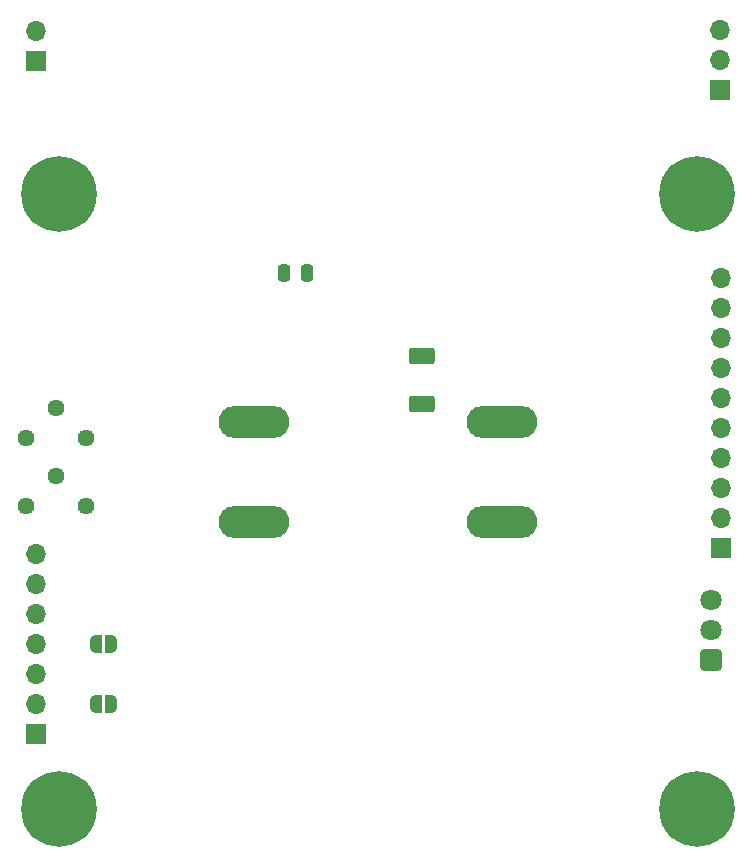
<source format=gbr>
%TF.GenerationSoftware,KiCad,Pcbnew,(6.0.0-0)*%
%TF.CreationDate,2022-04-04T00:03:28-05:00*%
%TF.ProjectId,SmartNeonPSU,536d6172-744e-4656-9f6e-5053552e6b69,rev?*%
%TF.SameCoordinates,Original*%
%TF.FileFunction,Soldermask,Bot*%
%TF.FilePolarity,Negative*%
%FSLAX46Y46*%
G04 Gerber Fmt 4.6, Leading zero omitted, Abs format (unit mm)*
G04 Created by KiCad (PCBNEW (6.0.0-0)) date 2022-04-04 00:03:28*
%MOMM*%
%LPD*%
G01*
G04 APERTURE LIST*
G04 Aperture macros list*
%AMRoundRect*
0 Rectangle with rounded corners*
0 $1 Rounding radius*
0 $2 $3 $4 $5 $6 $7 $8 $9 X,Y pos of 4 corners*
0 Add a 4 corners polygon primitive as box body*
4,1,4,$2,$3,$4,$5,$6,$7,$8,$9,$2,$3,0*
0 Add four circle primitives for the rounded corners*
1,1,$1+$1,$2,$3*
1,1,$1+$1,$4,$5*
1,1,$1+$1,$6,$7*
1,1,$1+$1,$8,$9*
0 Add four rect primitives between the rounded corners*
20,1,$1+$1,$2,$3,$4,$5,0*
20,1,$1+$1,$4,$5,$6,$7,0*
20,1,$1+$1,$6,$7,$8,$9,0*
20,1,$1+$1,$8,$9,$2,$3,0*%
%AMFreePoly0*
4,1,22,0.500000,-0.750000,0.000000,-0.750000,0.000000,-0.745033,-0.079941,-0.743568,-0.215256,-0.701293,-0.333266,-0.622738,-0.424486,-0.514219,-0.481581,-0.384460,-0.499164,-0.250000,-0.500000,-0.250000,-0.500000,0.250000,-0.499164,0.250000,-0.499963,0.256109,-0.478152,0.396186,-0.417904,0.524511,-0.324060,0.630769,-0.204165,0.706417,-0.067858,0.745374,0.000000,0.744959,0.000000,0.750000,
0.500000,0.750000,0.500000,-0.750000,0.500000,-0.750000,$1*%
%AMFreePoly1*
4,1,20,0.000000,0.744959,0.073905,0.744508,0.209726,0.703889,0.328688,0.626782,0.421226,0.519385,0.479903,0.390333,0.500000,0.250000,0.500000,-0.250000,0.499851,-0.262216,0.476331,-0.402017,0.414519,-0.529596,0.319384,-0.634700,0.198574,-0.708877,0.061801,-0.746166,0.000000,-0.745033,0.000000,-0.750000,-0.500000,-0.750000,-0.500000,0.750000,0.000000,0.750000,0.000000,0.744959,
0.000000,0.744959,$1*%
G04 Aperture macros list end*
%ADD10C,0.800000*%
%ADD11C,6.400000*%
%ADD12O,6.000000X2.700000*%
%ADD13RoundRect,0.250200X0.649800X-0.649800X0.649800X0.649800X-0.649800X0.649800X-0.649800X-0.649800X0*%
%ADD14C,1.800000*%
%ADD15C,1.440000*%
%ADD16R,1.700000X1.700000*%
%ADD17O,1.700000X1.700000*%
%ADD18RoundRect,0.250000X0.250000X0.475000X-0.250000X0.475000X-0.250000X-0.475000X0.250000X-0.475000X0*%
%ADD19FreePoly0,180.000000*%
%ADD20FreePoly1,180.000000*%
%ADD21RoundRect,0.249999X0.850001X-0.450001X0.850001X0.450001X-0.850001X0.450001X-0.850001X-0.450001X0*%
G04 APERTURE END LIST*
D10*
%TO.C,H4*%
X175302944Y-76602944D03*
X178697056Y-79997056D03*
X178697056Y-76602944D03*
X179400000Y-78300000D03*
X175302944Y-79997056D03*
X177000000Y-80700000D03*
X174600000Y-78300000D03*
X177000000Y-75900000D03*
D11*
X177000000Y-78300000D03*
%TD*%
D10*
%TO.C,H3*%
X178697056Y-128602944D03*
X175302944Y-128602944D03*
X177000000Y-127900000D03*
X174600000Y-130300000D03*
X175302944Y-131997056D03*
D11*
X177000000Y-130300000D03*
D10*
X178697056Y-131997056D03*
X177000000Y-132700000D03*
X179400000Y-130300000D03*
%TD*%
D12*
%TO.C,J5*%
X160500000Y-97550000D03*
X160500000Y-106050000D03*
%TD*%
D13*
%TO.C,U1*%
X178225000Y-117740000D03*
D14*
X178225000Y-115200000D03*
X178225000Y-112660000D03*
%TD*%
D15*
%TO.C,RV2*%
X120225000Y-104675000D03*
X122765000Y-102135000D03*
X125305000Y-104675000D03*
%TD*%
D12*
%TO.C,J6*%
X139500000Y-106050000D03*
X139500000Y-97550000D03*
%TD*%
D10*
%TO.C,H2*%
X121302944Y-131997056D03*
X124697056Y-128602944D03*
X123000000Y-127900000D03*
X125400000Y-130300000D03*
X123000000Y-132700000D03*
X120600000Y-130300000D03*
X121302944Y-128602944D03*
D11*
X123000000Y-130300000D03*
D10*
X124697056Y-131997056D03*
%TD*%
D16*
%TO.C,J3*%
X121000000Y-124000000D03*
D17*
X121000000Y-121460000D03*
X121000000Y-118920000D03*
X121000000Y-116380000D03*
X121000000Y-113840000D03*
X121000000Y-111300000D03*
X121000000Y-108760000D03*
%TD*%
D16*
%TO.C,J1*%
X121000000Y-67000000D03*
D17*
X121000000Y-64460000D03*
%TD*%
D10*
%TO.C,H1*%
X121302944Y-79997056D03*
X123000000Y-75900000D03*
X124697056Y-79997056D03*
X125400000Y-78300000D03*
X120600000Y-78300000D03*
X124697056Y-76602944D03*
X121302944Y-76602944D03*
X123000000Y-80700000D03*
D11*
X123000000Y-78300000D03*
%TD*%
D15*
%TO.C,RV1*%
X120225000Y-98925000D03*
X122765000Y-96385000D03*
X125305000Y-98925000D03*
%TD*%
D16*
%TO.C,J4*%
X178975000Y-69475000D03*
D17*
X178975000Y-66935000D03*
X178975000Y-64395000D03*
%TD*%
D16*
%TO.C,J2*%
X179000000Y-108200000D03*
D17*
X179000000Y-105660000D03*
X179000000Y-103120000D03*
X179000000Y-100580000D03*
X179000000Y-98040000D03*
X179000000Y-95500000D03*
X179000000Y-92960000D03*
X179000000Y-90420000D03*
X179000000Y-87880000D03*
X179000000Y-85340000D03*
%TD*%
D18*
%TO.C,C2*%
X143950000Y-84950000D03*
X142050000Y-84950000D03*
%TD*%
D19*
%TO.C,JP2*%
X127380000Y-116380000D03*
D20*
X126080000Y-116380000D03*
%TD*%
D19*
%TO.C,JP1*%
X127380000Y-121460000D03*
D20*
X126080000Y-121460000D03*
%TD*%
D21*
%TO.C,C21*%
X153722317Y-96050000D03*
X153722317Y-91950000D03*
%TD*%
M02*

</source>
